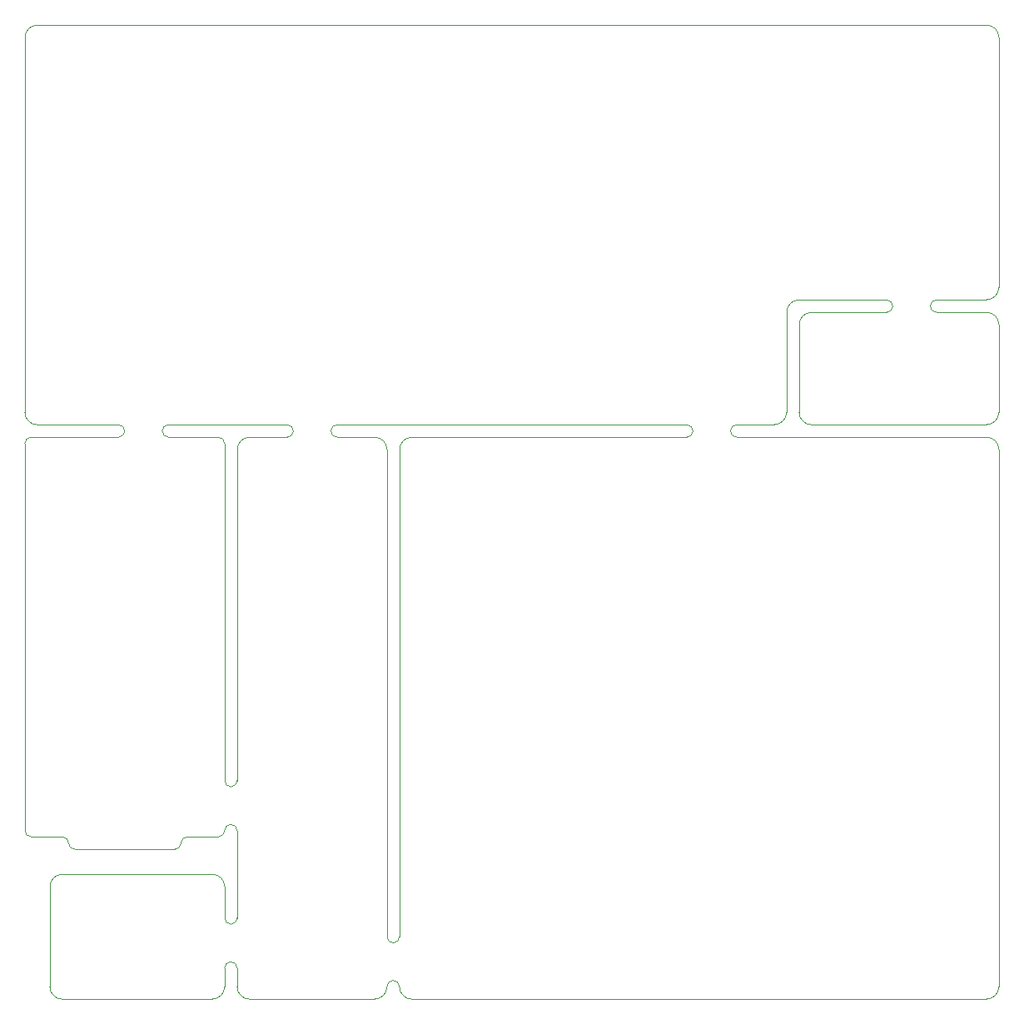
<source format=gbr>
G04 (created by PCBNEW (22-Jun-2014 BZR 4027)-stable) date Fri 03 Apr 2015 12:50:18 PM MDT*
%MOIN*%
G04 Gerber Fmt 3.4, Leading zero omitted, Abs format*
%FSLAX34Y34*%
G01*
G70*
G90*
G04 APERTURE LIST*
%ADD10C,0.00590551*%
%ADD11C,0.00393701*%
G04 APERTURE END LIST*
G54D10*
G54D11*
X61750Y-33500D02*
X58250Y-33500D01*
X63750Y-33500D02*
X65750Y-33500D01*
X61750Y-33000D02*
X58500Y-33000D01*
X63750Y-33000D02*
X68500Y-33000D01*
X66500Y-34000D02*
X66500Y-47250D01*
X66000Y-47250D02*
X66000Y-33750D01*
X66500Y-52750D02*
X66500Y-49250D01*
X66000Y-51500D02*
X66000Y-52750D01*
X66500Y-54750D02*
X66500Y-55500D01*
X66000Y-54750D02*
X66000Y-55500D01*
X66000Y-47250D02*
G75*
G03X66250Y-47500I250J0D01*
G74*
G01*
X66250Y-47500D02*
G75*
G03X66500Y-47250I0J250D01*
G74*
G01*
X66500Y-49250D02*
G75*
G03X66250Y-49000I-250J0D01*
G74*
G01*
X66250Y-49000D02*
G75*
G03X66000Y-49250I0J-250D01*
G74*
G01*
X66250Y-54500D02*
G75*
G03X66000Y-54750I0J-250D01*
G74*
G01*
X66500Y-54750D02*
G75*
G03X66250Y-54500I-250J0D01*
G74*
G01*
X66000Y-52750D02*
G75*
G03X66250Y-53000I250J0D01*
G74*
G01*
X66250Y-53000D02*
G75*
G03X66500Y-52750I0J250D01*
G74*
G01*
X63750Y-33000D02*
G75*
G03X63500Y-33250I0J-250D01*
G74*
G01*
X63500Y-33250D02*
G75*
G03X63750Y-33500I250J0D01*
G74*
G01*
X61750Y-33500D02*
G75*
G03X62000Y-33250I0J250D01*
G74*
G01*
X62000Y-33250D02*
G75*
G03X61750Y-33000I-250J0D01*
G74*
G01*
X73500Y-56000D02*
X96500Y-56000D01*
X70500Y-33000D02*
X84500Y-33000D01*
X84500Y-33500D02*
X73500Y-33500D01*
X96500Y-17000D02*
X58500Y-17000D01*
X94500Y-28000D02*
X96500Y-28000D01*
X89000Y-28000D02*
X92500Y-28000D01*
X92500Y-28500D02*
X89500Y-28500D01*
X96500Y-28500D02*
X94500Y-28500D01*
X92750Y-28250D02*
G75*
G03X92500Y-28000I-250J0D01*
G74*
G01*
X92500Y-28500D02*
G75*
G03X92750Y-28250I0J250D01*
G74*
G01*
X94500Y-28000D02*
G75*
G03X94250Y-28250I0J-250D01*
G74*
G01*
X94250Y-28250D02*
G75*
G03X94500Y-28500I250J0D01*
G74*
G01*
X88500Y-32500D02*
X88500Y-28500D01*
X86500Y-33000D02*
X88000Y-33000D01*
X96500Y-33500D02*
X86500Y-33500D01*
X97000Y-27500D02*
X97000Y-17500D01*
X84500Y-33500D02*
G75*
G03X84750Y-33250I0J250D01*
G74*
G01*
X84750Y-33250D02*
G75*
G03X84500Y-33000I-250J0D01*
G74*
G01*
X86500Y-33000D02*
G75*
G03X86250Y-33250I0J-250D01*
G74*
G01*
X86250Y-33250D02*
G75*
G03X86500Y-33500I250J0D01*
G74*
G01*
X88000Y-33000D02*
G75*
G03X88500Y-32500I0J500D01*
G74*
G01*
X89000Y-28000D02*
G75*
G03X88500Y-28500I0J-500D01*
G74*
G01*
X89000Y-32500D02*
X89000Y-29000D01*
X96500Y-33000D02*
X89500Y-33000D01*
X97000Y-29000D02*
X97000Y-32500D01*
X89000Y-32500D02*
G75*
G03X89500Y-33000I500J0D01*
G74*
G01*
X89500Y-28500D02*
G75*
G03X89000Y-29000I0J-500D01*
G74*
G01*
X96500Y-28000D02*
G75*
G03X97000Y-27500I0J500D01*
G74*
G01*
X97000Y-29000D02*
G75*
G03X96500Y-28500I-500J0D01*
G74*
G01*
X96500Y-33000D02*
G75*
G03X97000Y-32500I0J500D01*
G74*
G01*
X97000Y-17500D02*
G75*
G03X96500Y-17000I-500J0D01*
G74*
G01*
X68500Y-33500D02*
X67000Y-33500D01*
X70500Y-33500D02*
X72000Y-33500D01*
X68500Y-33500D02*
G75*
G03X68750Y-33250I0J250D01*
G74*
G01*
X68750Y-33250D02*
G75*
G03X68500Y-33000I-250J0D01*
G74*
G01*
X70250Y-33250D02*
G75*
G03X70500Y-33500I250J0D01*
G74*
G01*
X70500Y-33000D02*
G75*
G03X70250Y-33250I0J-250D01*
G74*
G01*
X58500Y-17000D02*
G75*
G03X58000Y-17500I0J-500D01*
G74*
G01*
X58000Y-32500D02*
X58000Y-17500D01*
X58000Y-32500D02*
G75*
G03X58500Y-33000I500J0D01*
G74*
G01*
X97000Y-55500D02*
X97000Y-34000D01*
X73000Y-34000D02*
X73000Y-53500D01*
X72500Y-53500D02*
X72500Y-34000D01*
X67000Y-56000D02*
X72000Y-56000D01*
X72500Y-34000D02*
G75*
G03X72000Y-33500I-500J0D01*
G74*
G01*
X67000Y-33500D02*
G75*
G03X66500Y-34000I0J-500D01*
G74*
G01*
X66500Y-55500D02*
G75*
G03X67000Y-56000I500J0D01*
G74*
G01*
X72500Y-53500D02*
G75*
G03X72750Y-53750I250J0D01*
G74*
G01*
X72750Y-53750D02*
G75*
G03X73000Y-53500I0J250D01*
G74*
G01*
X72000Y-56000D02*
G75*
G03X72500Y-55500I0J500D01*
G74*
G01*
X72750Y-55250D02*
G75*
G03X72500Y-55500I0J-250D01*
G74*
G01*
X73000Y-55500D02*
G75*
G03X72750Y-55250I-250J0D01*
G74*
G01*
X96500Y-56000D02*
G75*
G03X97000Y-55500I0J500D01*
G74*
G01*
X73000Y-55500D02*
G75*
G03X73500Y-56000I500J0D01*
G74*
G01*
X73500Y-33500D02*
G75*
G03X73000Y-34000I0J-500D01*
G74*
G01*
X97000Y-34000D02*
G75*
G03X96500Y-33500I-500J0D01*
G74*
G01*
X58250Y-33500D02*
G75*
G03X58000Y-33750I0J-250D01*
G74*
G01*
X66000Y-33750D02*
G75*
G03X65750Y-33500I-250J0D01*
G74*
G01*
X58000Y-33750D02*
X58000Y-49250D01*
X59500Y-49500D02*
X58250Y-49500D01*
X64000Y-50000D02*
X60000Y-50000D01*
X65750Y-49500D02*
X64500Y-49500D01*
X65750Y-49500D02*
G75*
G03X66000Y-49250I0J250D01*
G74*
G01*
X58000Y-49250D02*
G75*
G03X58250Y-49500I250J0D01*
G74*
G01*
X64500Y-49500D02*
G75*
G03X64250Y-49750I0J-250D01*
G74*
G01*
X64000Y-50000D02*
G75*
G03X64250Y-49750I0J250D01*
G74*
G01*
X59750Y-49750D02*
G75*
G03X59500Y-49500I-250J0D01*
G74*
G01*
X59750Y-49750D02*
G75*
G03X60000Y-50000I250J0D01*
G74*
G01*
X59500Y-51000D02*
X65500Y-51000D01*
X59000Y-55500D02*
X59000Y-51500D01*
X65500Y-56000D02*
X59500Y-56000D01*
X59000Y-55500D02*
G75*
G03X59500Y-56000I500J0D01*
G74*
G01*
X65500Y-56000D02*
G75*
G03X66000Y-55500I0J500D01*
G74*
G01*
X66000Y-51500D02*
G75*
G03X65500Y-51000I-500J0D01*
G74*
G01*
X59500Y-51000D02*
G75*
G03X59000Y-51500I0J-500D01*
G74*
G01*
M02*

</source>
